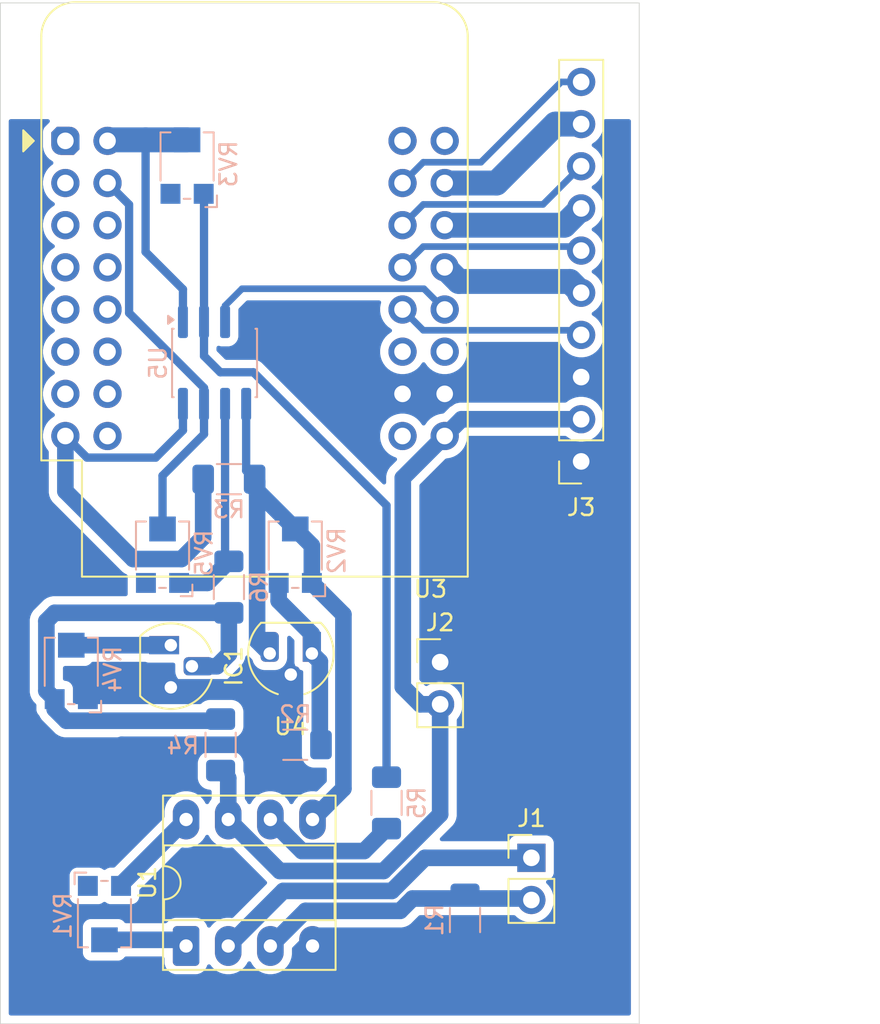
<source format=kicad_pcb>
(kicad_pcb (version 20241229) (generator "pcbnew") (generator_version "9.0")
  (layers (0 "F.Cu" signal) (2 "B.Cu" signal) (13 "F.Paste" user) (15 "B.Paste" user) (5 "F.SilkS" user "F.Silkscreen") (7 "B.SilkS" user "B.Silkscreen") (1 "F.Mask" user) (3 "B.Mask" user) (25 "Edge.Cuts" user))
  (net 0 "")
  (net 1 "Net-(IC1-V+)")
  (net 2 "Net-(IC1-ADJ)")
  (net 3 "TC+")
  (net 4 "TC-")
  (net 5 "DC_IN")
  (net 6 "LCD_RS")
  (net 7 "LCD_D7")
  (net 8 "LCD_RW")
  (net 9 "LCD_D4")
  (net 10 "LCD_D5")
  (net 11 "+3V3")
  (net 12 "LCD_D6")
  (net 13 "LCD_E")
  (net 14 "Net-(U4-REF)")
  (net 15 "Ref")
  (net 16 "Net-(U5A--)")
  (net 17 "Net-(R5-Pad1)")
  (net 18 "Net-(U5B--)")
  (net 19 "Net-(RV1-Pad3)")
  (net 21 "ADC1_0")
  (net 24 "ADC1_1")
  (net 25 "Net-(RV1-Pad2)")
  (net 34 "DIFF")
  (net 38 "ENB")
  (net 45 "GND")
  (footprint "Connector_PinHeader_2.54mm:PinHeader_1x02_P2.54mm_Vertical" (layer "F.Cu") (at 98 101.21)
    (property "Reference" "J2" (at 0 -2.38 0) (layer "F.SilkS"))
    (property "Value" "DC_in")
    (fp_line (start -1.38 -1.38) (end 0 -1.38) (stroke (width 0.12)) (layer "F.SilkS"))
    (fp_line (start -1.38 0) (end -1.38 -1.38) (stroke (width 0.12)) (layer "F.SilkS"))
    (fp_line (start -1.38 1.27) (end -1.38 3.92) (stroke (width 0.12)) (layer "F.SilkS"))
    (fp_line (start -1.38 1.27) (end 1.38 1.27) (stroke (width 0.12)) (layer "F.SilkS"))
    (fp_line (start -1.38 3.92) (end 1.38 3.92) (stroke (width 0.12)) (layer "F.SilkS"))
    (fp_line (start 1.38 1.27) (end 1.38 3.92) (stroke (width 0.12)) (layer "F.SilkS"))
    (pad "1" thru_hole rect (at 0 0) (size 1.7 1.7) (drill 1) (layers "*.Cu" "*.Mask") (net 45 "GND"))
    (pad "2" thru_hole circle (at 0 2.54) (size 1.7 1.7) (drill 1) (layers "*.Cu" "*.Mask") (net 5 "DC_IN"))
  )
  (footprint "Package_DIP:DIP-8_W7.62mm_Socket_LongPads" (layer "F.Cu") (at 82.69 118.31 90)
    (property "Reference" "U1" (at 3.81 -2.33 90) (layer "F.SilkS"))
    (property "Value" "AD620")
    (fp_line (start 6.06 -1.33) (end 4.81 -1.33) (stroke (width 0.12)) (layer "F.SilkS"))
    (fp_line (start 2.81 -1.33) (end 1.56 -1.33) (stroke (width 0.12)) (layer "F.SilkS"))
    (fp_line (start 1.56 -1.33) (end 1.56 8.95) (stroke (width 0.12)) (layer "F.SilkS"))
    (fp_line (start 6.06 8.95) (end 6.06 -1.33) (stroke (width 0.12)) (layer "F.SilkS"))
    (fp_line (start 1.56 8.95) (end 6.06 8.95) (stroke (width 0.12)) (layer "F.SilkS"))
    (fp_rect (start -1.44 -1.39) (end 9.06 9.01) (stroke (width 0.12)) (fill no) (layer "F.SilkS"))
    (fp_arc (start 4.81 -1.33) (mid 3.81 -0.33) (end 2.81 -1.33) (stroke (width 0.12)) (layer "F.SilkS"))
    (pad "1" thru_hole roundrect (at 0 0 90) (size 2.4 1.6) (drill 0.8) (layers "*.Cu" "*.Mask") (roundrect_rratio 0.15625) (net 25 "Net-(RV1-Pad2)"))
    (pad "2" thru_hole oval (at 0 2.54 90) (size 2.4 1.6) (drill 0.8) (layers "*.Cu" "*.Mask") (net 4 "TC-"))
    (pad "3" thru_hole oval (at 0 5.08 90) (size 2.4 1.6) (drill 0.8) (layers "*.Cu" "*.Mask") (net 3 "TC+"))
    (pad "4" thru_hole oval (at 0 7.62 90) (size 2.4 1.6) (drill 0.8) (layers "*.Cu" "*.Mask") (net 45 "GND"))
    (pad "5" thru_hole oval (at 7.62 7.62 90) (size 2.4 1.6) (drill 0.8) (layers "*.Cu" "*.Mask") (net 15 "Ref"))
    (pad "6" thru_hole oval (at 7.62 5.08 90) (size 2.4 1.6) (drill 0.8) (layers "*.Cu" "*.Mask") (net 17 "Net-(R5-Pad1)"))
    (pad "7" thru_hole oval (at 7.62 2.54 90) (size 2.4 1.6) (drill 0.8) (layers "*.Cu" "*.Mask") (net 5 "DC_IN"))
    (pad "8" thru_hole oval (at 7.62 0 90) (size 2.4 1.6) (drill 0.8) (layers "*.Cu" "*.Mask") (net 19 "Net-(RV1-Pad3)"))
  )
  (footprint "Package_TO_SOT_THT:TO-92_HandSolder" (layer "F.Cu") (at 90.27 100.69 180)
    (property "Reference" "U4" (at 1.27 -4.4 0) (layer "F.SilkS"))
    (property "Value" "TL431LP")
    (fp_line (start -0.53 1.85) (end 3.07 1.85) (stroke (width 0.12)) (layer "F.SilkS"))
    (fp_arc (start 2.05 -2.45) (mid 3.769931 -0.601036) (end 3.078445 1.827684) (stroke (width 0.12)) (layer "F.SilkS"))
    (fp_arc (start -0.541875 1.841741) (mid -1.247231 -0.581764) (end 0.45 -2.45) (stroke (width 0.12)) (layer "F.SilkS"))
    (pad "1" thru_hole rect (at 0 0 180) (size 1.1 1.8) (drill 0.75 (offset 0 0.4)) (layers "*.Cu" "*.Mask") (net 14 "Net-(U4-REF)"))
    (pad "2" thru_hole roundrect (at 1.27 -1.27 180) (size 1.1 1.8) (drill 0.75 (offset 0 -0.4)) (layers "*.Cu" "*.Mask") (net 45 "GND"))
    (pad "3" thru_hole roundrect (at 2.54 0 180) (size 1.1 1.8) (drill 0.75 (offset 0 0.4)) (layers "*.Cu" "*.Mask") (net 15 "Ref"))
  )
  (footprint "Package_TO_SOT_THT:TO-92L_HandSolder" (layer "F.Cu") (at 81.77 100.19 -90)
    (property "Reference" "IC1" (at 1.27 -3.8 90) (layer "F.SilkS"))
    (property "Value" "LM335AZT")
    (fp_line (start -0.53 1.85) (end 3.07 1.85) (stroke (width 0.12)) (layer "F.SilkS"))
    (fp_arc (start -0.541453 1.842156) (mid -1.247298 -0.581475) (end 0.45 -2.45) (stroke (width 0.12)) (layer "F.SilkS"))
    (fp_arc (start 2.05 -2.45) (mid 3.769931 -0.601036) (end 3.078445 1.827684) (stroke (width 0.12)) (layer "F.SilkS"))
    (pad "1" thru_hole rect (at 0 0 270) (size 1.1 1.8) (drill 0.75 (offset 0 0.4)) (layers "*.Cu" "*.Mask") (net 2 "Net-(IC1-ADJ)"))
    (pad "2" thru_hole roundrect (at 1.27 -1.27 270) (size 1.1 1.8) (drill 0.75 (offset 0 -0.4)) (layers "*.Cu" "*.Mask") (net 1 "Net-(IC1-V+)"))
    (pad "3" thru_hole roundrect (at 2.54 0 270) (size 1.1 1.8) (drill 0.75 (offset 0 0.4)) (layers "*.Cu" "*.Mask") (net 45 "GND"))
  )
  (footprint "Connector_PinHeader_2.54mm:PinHeader_1x02_P2.54mm_Vertical" (layer "F.Cu") (at 103.5 113)
    (property "Reference" "J1" (at 0 -2.38 0) (layer "F.SilkS"))
    (property "Value" "Thermocouple")
    (fp_line (start -1.38 -1.38) (end 0 -1.38) (stroke (width 0.12)) (layer "F.SilkS"))
    (fp_line (start -1.38 0) (end -1.38 -1.38) (stroke (width 0.12)) (layer "F.SilkS"))
    (fp_line (start -1.38 1.27) (end -1.38 3.92) (stroke (width 0.12)) (layer "F.SilkS"))
    (fp_line (start -1.38 1.27) (end 1.38 1.27) (stroke (width 0.12)) (layer "F.SilkS"))
    (fp_line (start -1.38 3.92) (end 1.38 3.92) (stroke (width 0.12)) (layer "F.SilkS"))
    (fp_line (start 1.38 1.27) (end 1.38 3.92) (stroke (width 0.12)) (layer "F.SilkS"))
    (pad "1" thru_hole rect (at 0 0) (size 1.7 1.7) (drill 1) (layers "*.Cu" "*.Mask") (net 4 "TC-"))
    (pad "2" thru_hole circle (at 0 2.54) (size 1.7 1.7) (drill 1) (layers "*.Cu" "*.Mask") (net 3 "TC+"))
  )
  (footprint "footprints:WEMOS_S2_mini" (layer "F.Cu") (at 75.415 69.81)
    (property "Reference" "U3" (at 22 27 0) (layer "F.SilkS"))
    (property "Value" "WeMos_S2_mini")
    (fp_line (start -1.45 19.25) (end -1.45 -6.3) (stroke (width 0.12)) (layer "F.SilkS"))
    (fp_line (start -1.45 19.25) (end 1 19.25) (stroke (width 0.12)) (layer "F.SilkS"))
    (fp_line (start 1 19.25) (end 1 26.25) (stroke (width 0.12)) (layer "F.SilkS"))
    (fp_line (start 1 26.25) (end 24.25 26.25) (stroke (width 0.12)) (layer "F.SilkS"))
    (fp_line (start 22.2 -8.35) (end 0.6 -8.35) (stroke (width 0.12)) (layer "F.SilkS"))
    (fp_line (start 24.25 26.25) (end 24.25 -6.3) (stroke (width 0.12)) (layer "F.SilkS"))
    (fp_arc (start -1.45 -6.3) (mid -0.849569 -7.749569) (end 0.6 -8.35) (stroke (width 0.12)) (layer "F.SilkS"))
    (fp_arc (start 22.2 -8.35) (mid 23.649569 -7.749569) (end 24.25 -6.3) (stroke (width 0.12)) (layer "F.SilkS"))
    (fp_poly (pts (xy -2.54 -0.635) (xy -2.54 0.635) (xy -1.905 0)) (stroke (width 0.12)) (fill yes) (layer "F.SilkS"))
    (pad "1" thru_hole roundrect (at 0 0) (size 1.7 1.7) (drill 1) (layers "*.Cu" "*.Mask") (roundrect_rratio 0.35) (chamfer_ratio 0.2) (chamfer top_left bottom_right) (net 38 "ENB"))
    (pad "2" thru_hole circle (at 0 2.54) (size 1.7 1.7) (drill 1) (layers "*.Cu" "*.Mask"))
    (pad "3" thru_hole circle (at 0 5.08) (size 1.7 1.7) (drill 1) (layers "*.Cu" "*.Mask"))
    (pad "4" thru_hole circle (at 0 7.62) (size 1.7 1.7) (drill 1) (layers "*.Cu" "*.Mask"))
    (pad "5" thru_hole circle (at 0 10.16) (size 1.7 1.7) (drill 1) (layers "*.Cu" "*.Mask"))
    (pad "6" thru_hole circle (at 0 12.7) (size 1.7 1.7) (drill 1) (layers "*.Cu" "*.Mask"))
    (pad "7" thru_hole circle (at 0 15.24) (size 1.7 1.7) (drill 1) (layers "*.Cu" "*.Mask"))
    (pad "8" thru_hole circle (at 0 17.78) (size 1.7 1.7) (drill 1) (layers "*.Cu" "*.Mask") (net 11 "+3V3"))
    (pad "9" thru_hole circle (at 22.86 17.78) (size 1.7 1.7) (drill 1) (layers "*.Cu" "*.Mask") (net 5 "DC_IN"))
    (pad "10" thru_hole circle (at 22.86 15.24) (size 1.7 1.7) (drill 1) (layers "*.Cu" "*.Mask") (net 45 "GND"))
    (pad "11" thru_hole circle (at 22.86 12.7) (size 1.7 1.7) (drill 1) (layers "*.Cu" "*.Mask"))
    (pad "12" thru_hole circle (at 22.86 10.16) (size 1.7 1.7) (drill 1) (layers "*.Cu" "*.Mask") (net 34 "DIFF"))
    (pad "13" thru_hole circle (at 22.86 7.62) (size 1.7 1.7) (drill 1) (layers "*.Cu" "*.Mask") (net 8 "LCD_RW"))
    (pad "14" thru_hole circle (at 22.86 5.08) (size 1.7 1.7) (drill 1) (layers "*.Cu" "*.Mask") (net 9 "LCD_D4"))
    (pad "15" thru_hole circle (at 22.86 2.54) (size 1.7 1.7) (drill 1) (layers "*.Cu" "*.Mask") (net 12 "LCD_D6"))
    (pad "16" thru_hole circle (at 22.86 0) (size 1.7 1.7) (drill 1) (layers "*.Cu" "*.Mask"))
    (pad "17" thru_hole circle (at 2.54 0) (size 1.7 1.7) (drill 1) (layers "*.Cu" "*.Mask") (net 21 "ADC1_0"))
    (pad "18" thru_hole circle (at 2.54 2.54) (size 1.7 1.7) (drill 1) (layers "*.Cu" "*.Mask") (net 24 "ADC1_1"))
    (pad "19" thru_hole circle (at 2.54 5.08) (size 1.7 1.7) (drill 1) (layers "*.Cu" "*.Mask"))
    (pad "20" thru_hole circle (at 2.54 7.62) (size 1.7 1.7) (drill 1) (layers "*.Cu" "*.Mask"))
    (pad "21" thru_hole circle (at 2.54 10.16) (size 1.7 1.7) (drill 1) (layers "*.Cu" "*.Mask"))
    (pad "22" thru_hole circle (at 2.54 12.7) (size 1.7 1.7) (drill 1) (layers "*.Cu" "*.Mask"))
    (pad "23" thru_hole circle (at 2.54 15.24) (size 1.7 1.7) (drill 1) (layers "*.Cu" "*.Mask"))
    (pad "24" thru_hole circle (at 2.54 17.78) (size 1.7 1.7) (drill 1) (layers "*.Cu" "*.Mask"))
    (pad "25" thru_hole circle (at 20.32 17.78) (size 1.7 1.7) (drill 1) (layers "*.Cu" "*.Mask"))
    (pad "26" thru_hole circle (at 20.32 15.24) (size 1.7 1.7) (drill 1) (layers "*.Cu" "*.Mask") (net 45 "GND"))
    (pad "27" thru_hole circle (at 20.32 12.7) (size 1.7 1.7) (drill 1) (layers "*.Cu" "*.Mask"))
    (pad "28" thru_hole circle (at 20.32 10.16) (size 1.7 1.7) (drill 1) (layers "*.Cu" "*.Mask") (net 6 "LCD_RS"))
    (pad "29" thru_hole circle (at 20.32 7.62) (size 1.7 1.7) (drill 1) (layers "*.Cu" "*.Mask") (net 13 "LCD_E"))
    (pad "30" thru_hole circle (at 20.32 5.08) (size 1.7 1.7) (drill 1) (layers "*.Cu" "*.Mask") (net 10 "LCD_D5"))
    (pad "31" thru_hole circle (at 20.32 2.54) (size 1.7 1.7) (drill 1) (layers "*.Cu" "*.Mask") (net 7 "LCD_D7"))
    (pad "32" thru_hole circle (at 20.32 0) (size 1.7 1.7) (drill 1) (layers "*.Cu" "*.Mask"))
  )
  (footprint "Connector_PinSocket_2.54mm:PinSocket_1x10_P2.54mm_Vertical" (layer "F.Cu") (at 106.5 89.12 180)
    (property "Reference" "J3" (at 0 -2.77 0) (layer "F.SilkS"))
    (property "Value" "Conn_01x10_Socket")
    (fp_line (start 1.33 1.27) (end 1.33 24.19) (stroke (width 0.12)) (layer "F.SilkS"))
    (fp_line (start 1.33 -1.33) (end 1.33 0) (stroke (width 0.12)) (layer "F.SilkS"))
    (fp_line (start 0 -1.33) (end 1.33 -1.33) (stroke (width 0.12)) (layer "F.SilkS"))
    (fp_line (start -1.33 24.19) (end 1.33 24.19) (stroke (width 0.12)) (layer "F.SilkS"))
    (fp_line (start -1.33 1.27) (end 1.33 1.27) (stroke (width 0.12)) (layer "F.SilkS"))
    (fp_line (start -1.33 1.27) (end -1.33 24.19) (stroke (width 0.12)) (layer "F.SilkS"))
    (pad "1" thru_hole rect (at 0 0 180) (size 1.7 1.7) (drill 1) (layers "*.Cu" "*.Mask") (net 45 "GND"))
    (pad "2" thru_hole circle (at 0 2.54 180) (size 1.7 1.7) (drill 1) (layers "*.Cu" "*.Mask") (net 5 "DC_IN"))
    (pad "3" thru_hole circle (at 0 5.08 180) (size 1.7 1.7) (drill 1) (layers "*.Cu" "*.Mask") (net 45 "GND"))
    (pad "4" thru_hole circle (at 0 7.62 180) (size 1.7 1.7) (drill 1) (layers "*.Cu" "*.Mask") (net 6 "LCD_RS"))
    (pad "5" thru_hole circle (at 0 10.16 180) (size 1.7 1.7) (drill 1) (layers "*.Cu" "*.Mask") (net 8 "LCD_RW"))
    (pad "6" thru_hole circle (at 0 12.7 180) (size 1.7 1.7) (drill 1) (layers "*.Cu" "*.Mask") (net 13 "LCD_E"))
    (pad "7" thru_hole circle (at 0 15.24 180) (size 1.7 1.7) (drill 1) (layers "*.Cu" "*.Mask") (net 9 "LCD_D4"))
    (pad "8" thru_hole circle (at 0 17.78 180) (size 1.7 1.7) (drill 1) (layers "*.Cu" "*.Mask") (net 10 "LCD_D5"))
    (pad "9" thru_hole circle (at 0 20.32 180) (size 1.7 1.7) (drill 1) (layers "*.Cu" "*.Mask") (net 12 "LCD_D6"))
    (pad "10" thru_hole circle (at 0 22.86 180) (size 1.7 1.7) (drill 1) (layers "*.Cu" "*.Mask") (net 7 "LCD_D7"))
  )
  (footprint "Resistor_SMD:R_1206_3216Metric_Pad1.30x1.75mm_HandSolder" (layer "B.Cu") (at 94.77 109.69 90)
    (property "Reference" "R5" (at 0 1.83 90) (layer "B.SilkS") (effects (justify mirror)))
    (property "Value" "R")
    (fp_line (start -0.727064 -0.91) (end 0.727064 -0.91) (stroke (width 0.12)) (layer "B.SilkS"))
    (fp_line (start -0.727064 0.91) (end 0.727064 0.91) (stroke (width 0.12)) (layer "B.SilkS"))
    (pad "1" smd roundrect (at -1.55 0 90) (size 1.3 1.75) (layers "B.Cu" "B.Mask" "B.Paste") (roundrect_rratio 0.192308) (net 17 "Net-(R5-Pad1)"))
    (pad "2" smd roundrect (at 1.55 0 90) (size 1.3 1.75) (layers "B.Cu" "B.Mask" "B.Paste") (roundrect_rratio 0.192308) (net 16 "Net-(U5A--)"))
  )
  (footprint "Resistor_SMD:R_1206_3216Metric_Pad1.30x1.75mm_HandSolder" (layer "B.Cu") (at 84.77 106.19 90)
    (property "Reference" "R4" (at -0.06 -2.27 180) (layer "B.SilkS") (effects (justify mirror)))
    (property "Value" "10k")
    (fp_line (start -0.727064 -0.91) (end 0.727064 -0.91) (stroke (width 0.12)) (layer "B.SilkS"))
    (fp_line (start -0.727064 0.91) (end 0.727064 0.91) (stroke (width 0.12)) (layer "B.SilkS"))
    (pad "1" smd roundrect (at -1.55 0 90) (size 1.3 1.75) (layers "B.Cu" "B.Mask" "B.Paste") (roundrect_rratio 0.192308) (net 5 "DC_IN"))
    (pad "2" smd roundrect (at 1.55 0 90) (size 1.3 1.75) (layers "B.Cu" "B.Mask" "B.Paste") (roundrect_rratio 0.192308) (net 1 "Net-(IC1-V+)"))
  )
  (footprint "Resistor_SMD:R_1206_3216Metric_Pad1.30x1.75mm_HandSolder" (layer "B.Cu") (at 99.5 116.75 -90)
    (property "Reference" "R1" (at 0 1.83 90) (layer "B.SilkS") (effects (justify mirror)))
    (property "Value" "10k")
    (fp_line (start -0.727064 0.91) (end 0.727064 0.91) (stroke (width 0.12)) (layer "B.SilkS"))
    (fp_line (start -0.727064 -0.91) (end 0.727064 -0.91) (stroke (width 0.12)) (layer "B.SilkS"))
    (pad "1" smd roundrect (at -1.55 0 270) (size 1.3 1.75) (layers "B.Cu" "B.Mask" "B.Paste") (roundrect_rratio 0.192308) (net 3 "TC+"))
    (pad "2" smd roundrect (at 1.55 0 270) (size 1.3 1.75) (layers "B.Cu" "B.Mask" "B.Paste") (roundrect_rratio 0.192308) (net 45 "GND"))
  )
  (footprint "Potentiometer_SMD:Potentiometer_Bourns_TC33X_Vertical" (layer "B.Cu") (at 82.75 71.2 90)
    (property "Reference" "RV3" (at 0 2.5 90) (layer "B.SilkS") (effects (justify mirror)))
    (property "Value" "1k")
    (fp_line (start 1.9 -1.6) (end 1.9 -1) (stroke (width 0.12)) (layer "B.SilkS"))
    (fp_line (start -1 -1.6) (end 1.9 -1.6) (stroke (width 0.12)) (layer "B.SilkS"))
    (fp_line (start -2.1 0.2) (end -2.1 -0.2) (stroke (width 0.12)) (layer "B.SilkS"))
    (fp_line (start 1.9 1.6) (end 1.9 1) (stroke (width 0.12)) (layer "B.SilkS"))
    (fp_line (start -1 1.6) (end 1.9 1.6) (stroke (width 0.12)) (layer "B.SilkS"))
    (fp_line (start -1.9 1.8) (end -2.6 1.8) (stroke (width 0.12)) (layer "B.SilkS"))
    (fp_line (start -2.6 1.8) (end -2.6 1.1) (stroke (width 0.12)) (layer "B.SilkS"))
    (pad "1" smd rect (at -1.8 1 90) (size 1.2 1.2) (layers "B.Cu" "B.Mask" "B.Paste") (net 16 "Net-(U5A--)"))
    (pad "2" smd rect (at 1.45 0 90) (size 1.5 1.6) (layers "B.Cu" "B.Mask" "B.Paste") (net 21 "ADC1_0"))
    (pad "3" smd rect (at -1.8 -1 90) (size 1.2 1.2) (layers "B.Cu" "B.Mask" "B.Paste"))
  )
  (footprint "Resistor_SMD:R_1206_3216Metric_Pad1.30x1.75mm_HandSolder" (layer "B.Cu") (at 89.27 106.19 180)
    (property "Reference" "R2" (at 0 1.83 0) (layer "B.SilkS") (effects (justify mirror)))
    (property "Value" "R")
    (fp_line (start -0.727064 0.91) (end 0.727064 0.91) (stroke (width 0.12)) (layer "B.SilkS"))
    (fp_line (start -0.727064 -0.91) (end 0.727064 -0.91) (stroke (width 0.12)) (layer "B.SilkS"))
    (pad "1" smd roundrect (at -1.55 0 180) (size 1.3 1.75) (layers "B.Cu" "B.Mask" "B.Paste") (roundrect_rratio 0.192308) (net 14 "Net-(U4-REF)"))
    (pad "2" smd roundrect (at 1.55 0 180) (size 1.3 1.75) (layers "B.Cu" "B.Mask" "B.Paste") (roundrect_rratio 0.192308) (net 45 "GND"))
  )
  (footprint "Potentiometer_SMD:Potentiometer_Bourns_TC33X_Vertical" (layer "B.Cu") (at 89.27 94.64 90)
    (property "Reference" "RV2" (at 0.14 2.5 90) (layer "B.SilkS") (effects (justify mirror)))
    (property "Value" "1k")
    (fp_line (start 1.9 -1.6) (end 1.9 -1) (stroke (width 0.12)) (layer "B.SilkS"))
    (fp_line (start -1 -1.6) (end 1.9 -1.6) (stroke (width 0.12)) (layer "B.SilkS"))
    (fp_line (start -2.1 0.2) (end -2.1 -0.2) (stroke (width 0.12)) (layer "B.SilkS"))
    (fp_line (start 1.9 1.6) (end 1.9 1) (stroke (width 0.12)) (layer "B.SilkS"))
    (fp_line (start -1 1.6) (end 1.9 1.6) (stroke (width 0.12)) (layer "B.SilkS"))
    (fp_line (start -1.9 1.8) (end -2.6 1.8) (stroke (width 0.12)) (layer "B.SilkS"))
    (fp_line (start -2.6 1.8) (end -2.6 1.1) (stroke (width 0.12)) (layer "B.SilkS"))
    (pad "1" smd rect (at -1.8 1 90) (size 1.2 1.2) (layers "B.Cu" "B.Mask" "B.Paste") (net 15 "Ref"))
    (pad "2" smd rect (at 1.45 0 90) (size 1.5 1.6) (layers "B.Cu" "B.Mask" "B.Paste") (net 15 "Ref"))
    (pad "3" smd rect (at -1.8 -1 90) (size 1.2 1.2) (layers "B.Cu" "B.Mask" "B.Paste") (net 14 "Net-(U4-REF)"))
  )
  (footprint "Package_SO:SOIC-8_3.9x4.9mm_P1.27mm" (layer "B.Cu") (at 84.405 83.19 -90)
    (property "Reference" "U5" (at 0 3.4 90) (layer "B.SilkS") (effects (justify mirror)))
    (property "Value" "LM358")
    (fp_line (start -2.06 2.56) (end 2.06 2.56) (stroke (width 0.12)) (layer "B.SilkS"))
    (fp_line (start 2.06 2.56) (end 2.06 2.465) (stroke (width 0.12)) (layer "B.SilkS"))
    (fp_line (start -2.06 2.465) (end -2.06 2.56) (stroke (width 0.12)) (layer "B.SilkS"))
    (fp_line (start 2.06 -2.465) (end 2.06 -2.56) (stroke (width 0.12)) (layer "B.SilkS"))
    (fp_line (start -2.06 -2.56) (end -2.06 -2.465) (stroke (width 0.12)) (layer "B.SilkS"))
    (fp_line (start 2.06 -2.56) (end -2.06 -2.56) (stroke (width 0.12)) (layer "B.SilkS"))
    (fp_poly (pts (xy -2.6 2.47) (xy -2.84 2.8) (xy -2.36 2.8)) (stroke (width 0.12)) (fill yes) (layer "B.SilkS"))
    (pad "1" smd roundrect (at -2.475 1.905 270) (size 1.95 0.6) (layers "B.Cu" "B.Mask" "B.Paste") (net 21 "ADC1_0"))
    (pad "2" smd roundrect (at -2.475 0.635 270) (size 1.95 0.6) (layers "B.Cu" "B.Mask" "B.Paste") (net 16 "Net-(U5A--)"))
    (pad "3" smd roundrect (at -2.475 -0.635 270) (size 1.95 0.6) (layers "B.Cu" "B.Mask" "B.Paste") (net 34 "DIFF"))
    (pad "4" smd roundrect (at -2.475 -1.905 270) (size 1.95 0.6) (layers "B.Cu" "B.Mask" "B.Paste") (net 45 "GND"))
    (pad "5" smd roundrect (at 2.475 -1.905 270) (size 1.95 0.6) (layers "B.Cu" "B.Mask" "B.Paste") (net 15 "Ref"))
    (pad "6" smd roundrect (at 2.475 -0.635 270) (size 1.95 0.6) (layers "B.Cu" "B.Mask" "B.Paste") (net 18 "Net-(U5B--)"))
    (pad "7" smd roundrect (at 2.475 0.635 270) (size 1.95 0.6) (layers "B.Cu" "B.Mask" "B.Paste") (net 24 "ADC1_1"))
    (pad "8" smd roundrect (at 2.475 1.905 270) (size 1.95 0.6) (layers "B.Cu" "B.Mask" "B.Paste") (net 11 "+3V3"))
  )
  (footprint "Resistor_SMD:R_1206_3216Metric_Pad1.30x1.75mm_HandSolder" (layer "B.Cu") (at 85.27 96.69 90)
    (property "Reference" "R6" (at 0 1.83 90) (layer "B.SilkS") (effects (justify mirror)))
    (property "Value" "R")
    (fp_line (start -0.727064 -0.91) (end 0.727064 -0.91) (stroke (width 0.12)) (layer "B.SilkS"))
    (fp_line (start -0.727064 0.91) (end 0.727064 0.91) (stroke (width 0.12)) (layer "B.SilkS"))
    (pad "1" smd roundrect (at -1.55 0 90) (size 1.3 1.75) (layers "B.Cu" "B.Mask" "B.Paste") (roundrect_rratio 0.192308) (net 1 "Net-(IC1-V+)"))
    (pad "2" smd roundrect (at 1.55 0 90) (size 1.3 1.75) (layers "B.Cu" "B.Mask" "B.Paste") (roundrect_rratio 0.192308) (net 18 "Net-(U5B--)"))
  )
  (footprint "Resistor_SMD:R_1206_3216Metric_Pad1.30x1.75mm_HandSolder" (layer "B.Cu") (at 85.27 90.19)
    (property "Reference" "R3" (at 0 1.83 0) (layer "B.SilkS") (effects (justify mirror)))
    (property "Value" "R")
    (fp_line (start -0.727064 -0.91) (end 0.727064 -0.91) (stroke (width 0.12)) (layer "B.SilkS"))
    (fp_line (start -0.727064 0.91) (end 0.727064 0.91) (stroke (width 0.12)) (layer "B.SilkS"))
    (pad "1" smd roundrect (at -1.55 0) (size 1.3 1.75) (layers "B.Cu" "B.Mask" "B.Paste") (roundrect_rratio 0.192308) (net 11 "+3V3"))
    (pad "2" smd roundrect (at 1.55 0) (size 1.3 1.75) (layers "B.Cu" "B.Mask" "B.Paste") (roundrect_rratio 0.192308) (net 15 "Ref"))
  )
  (footprint "Potentiometer_SMD:Potentiometer_Bourns_TC33X_Vertical" (layer "B.Cu") (at 75.77 101.64 90)
    (property "Reference" "RV4" (at 0 2.5 90) (layer "B.SilkS") (effects (justify mirror)))
    (property "Value" "1k")
    (fp_line (start 1.9 -1.6) (end 1.9 -1) (stroke (width 0.12)) (layer "B.SilkS"))
    (fp_line (start -1 -1.6) (end 1.9 -1.6) (stroke (width 0.12)) (layer "B.SilkS"))
    (fp_line (start -2.1 0.2) (end -2.1 -0.2) (stroke (width 0.12)) (layer "B.SilkS"))
    (fp_line (start 1.9 1.6) (end 1.9 1) (stroke (width 0.12)) (layer "B.SilkS"))
    (fp_line (start -1 1.6) (end 1.9 1.6) (stroke (width 0.12)) (layer "B.SilkS"))
    (fp_line (start -1.9 1.8) (end -2.6 1.8) (stroke (width 0.12)) (layer "B.SilkS"))
    (fp_line (start -2.6 1.8) (end -2.6 1.1) (stroke (width 0.12)) (layer "B.SilkS"))
    (pad "1" smd rect (at -1.8 1 90) (size 1.2 1.2) (layers "B.Cu" "B.Mask" "B.Paste") (net 45 "GND"))
    (pad "2" smd rect (at 1.45 0 90) (size 1.5 1.6) (layers "B.Cu" "B.Mask" "B.Paste") (net 2 "Net-(IC1-ADJ)"))
    (pad "3" smd rect (at -1.8 -1 90) (size 1.2 1.2) (layers "B.Cu" "B.Mask" "B.Paste") (net 1 "Net-(IC1-V+)"))
  )
  (footprint "Potentiometer_SMD:Potentiometer_Bourns_TC33X_Vertical" (layer "B.Cu") (at 77.77 116.49 -90)
    (property "Reference" "RV1" (at 0 2.5 90) (layer "B.SilkS") (effects (justify mirror)))
    (property "Value" "1k")
    (fp_line (start -2.6 1.8) (end -2.6 1.1) (stroke (width 0.12)) (layer "B.SilkS"))
    (fp_line (start -1.9 1.8) (end -2.6 1.8) (stroke (width 0.12)) (layer "B.SilkS"))
    (fp_line (start -1 1.6) (end 1.9 1.6) (stroke (width 0.12)) (layer "B.SilkS"))
    (fp_line (start 1.9 1.6) (end 1.9 1) (stroke (width 0.12)) (layer "B.SilkS"))
    (fp_line (start -2.1 0.2) (end -2.1 -0.2) (stroke (width 0.12)) (layer "B.SilkS"))
    (fp_line (start -1 -1.6) (end 1.9 -1.6) (stroke (width 0.12)) (layer "B.SilkS"))
    (fp_line (start 1.9 -1.6) (end 1.9 -1) (stroke (width 0.12)) (layer "B.SilkS"))
    (pad "1" smd rect (at -1.8 1 270) (size 1.2 1.2) (layers "B.Cu" "B.Mask" "B.Paste"))
    (pad "2" smd rect (at 1.45 0 270) (size 1.5 1.6) (layers "B.Cu" "B.Mask" "B.Paste") (net 25 "Net-(RV1-Pad2)"))
    (pad "3" smd rect (at -1.8 -1 270) (size 1.2 1.2) (layers "B.Cu" "B.Mask" "B.Paste") (net 19 "Net-(RV1-Pad3)"))
  )
  (footprint "Potentiometer_SMD:Potentiometer_Bourns_TC33X_Vertical" (layer "B.Cu") (at 81.27 94.64 90)
    (property "Reference" "RV5" (at 0 2.5 90) (layer "B.SilkS") (effects (justify mirror)))
    (property "Value" "1k")
    (fp_line (start 1.9 -1.6) (end 1.9 -1) (stroke (width 0.12)) (layer "B.SilkS"))
    (fp_line (start -1 -1.6) (end 1.9 -1.6) (stroke (width 0.12)) (layer "B.SilkS"))
    (fp_line (start -2.1 0.2) (end -2.1 -0.2) (stroke (width 0.12)) (layer "B.SilkS"))
    (fp_line (start 1.9 1.6) (end 1.9 1) (stroke (width 0.12)) (layer "B.SilkS"))
    (fp_line (start -1 1.6) (end 1.9 1.6) (stroke (width 0.12)) (layer "B.SilkS"))
    (fp_line (start -1.9 1.8) (end -2.6 1.8) (stroke (width 0.12)) (layer "B.SilkS"))
    (fp_line (start -2.6 1.8) (end -2.6 1.1) (stroke (width 0.12)) (layer "B.SilkS"))
    (pad "1" smd rect (at -1.8 1 90) (size 1.2 1.2) (layers "B.Cu" "B.Mask" "B.Paste") (net 18 "Net-(U5B--)"))
    (pad "2" smd rect (at 1.45 0 90) (size 1.5 1.6) (layers "B.Cu" "B.Mask" "B.Paste") (net 24 "ADC1_1"))
    (pad "3" smd rect (at -1.8 -1 90) (size 1.2 1.2) (layers "B.Cu" "B.Mask" "B.Paste"))
  )
  (gr_rect (start 71.5 61.5) (end 110 123) (stroke (width 0.05)) (fill no) (layer "Edge.Cuts"))
  (segment (start 85.27 98.24) (end 85.27 100.73) (width 1) (layer "B.Cu") (net 1))
  (segment (start 85.27 100.73) (end 84.54 101.46) (width 1) (layer "B.Cu") (net 1))
  (segment (start 74.77 103.44) (end 74.77 104.042) (width 1) (layer "B.Cu") (net 1))
  (segment (start 75.469 104.741) (end 84.669 104.741) (width 1) (layer "B.Cu") (net 1))
  (segment (start 84.54 101.46) (end 83.04 101.46) (width 1) (layer "B.Cu") (net 1))
  (segment (start 74.768 98.24) (end 74.269 98.739) (width 1) (layer "B.Cu") (net 1))
  (segment (start 84.669 104.741) (end 84.77 104.64) (width 1) (layer "B.Cu") (net 1))
  (segment (start 74.269 102.939) (end 74.77 103.44) (width 1) (layer "B.Cu") (net 1))
  (segment (start 74.269 98.739) (end 74.269 102.939) (width 1) (layer "B.Cu") (net 1))
  (segment (start 85.27 98.24) (end 74.768 98.24) (width 1) (layer "B.Cu") (net 1))
  (segment (start 74.77 104.042) (end 75.469 104.741) (width 1) (layer "B.Cu") (net 1))
  (segment (start 81.77 100.19) (end 75.77 100.19) (width 1) (layer "B.Cu") (net 2))
  (segment (start 89.886002 116.193998) (end 95.589787 116.193997) (width 1) (layer "B.Cu") (net 3))
  (segment (start 96.333784 115.45) (end 103.41 115.45) (width 1) (layer "B.Cu") (net 3))
  (segment (start 87.77 118.31) (end 89.886002 116.193998) (width 1) (layer "B.Cu") (net 3))
  (segment (start 95.589787 116.193997) (end 96.333784 115.45) (width 1) (layer "B.Cu") (net 3))
  (segment (start 103.41 115.45) (end 103.5 115.54) (width 1) (layer "B.Cu") (net 3))
  (segment (start 95.092316 114.992998) (end 97.085314 113) (width 1) (layer "B.Cu") (net 4))
  (segment (start 85.23 118.31) (end 88.547002 114.992998) (width 1) (layer "B.Cu") (net 4))
  (segment (start 88.547002 114.992998) (end 95.092316 114.992998) (width 1) (layer "B.Cu") (net 4))
  (segment (start 97.085314 113) (end 103.5 113) (width 1) (layer "B.Cu") (net 4))
  (segment (start 85.23 110.69) (end 85.23 108.2) (width 1) (layer "B.Cu") (net 5))
  (segment (start 96.797919 103.75) (end 95.75 102.702081) (width 1) (layer "B.Cu") (net 5))
  (segment (start 98.275 87.59) (end 99.285 86.58) (width 1) (layer "B.Cu") (net 5))
  (segment (start 95.75 90.115) (end 98.275 87.59) (width 1) (layer "B.Cu") (net 5))
  (segment (start 95.75 102.702081) (end 95.75 90.115) (width 1) (layer "B.Cu") (net 5))
  (segment (start 99.285 86.58) (end 106.5 86.58) (width 1) (layer "B.Cu") (net 5))
  (segment (start 85.23 108.2) (end 84.77 107.74) (width 1) (layer "B.Cu") (net 5))
  (segment (start 98 110.386844) (end 98 103.75) (width 1) (layer "B.Cu") (net 5))
  (segment (start 94.594845 113.791999) (end 98 110.386844) (width 1) (layer "B.Cu") (net 5))
  (segment (start 98 103.75) (end 96.797919 103.75) (width 1) (layer "B.Cu") (net 5))
  (segment (start 88.331999 113.791999) (end 94.594845 113.791999) (width 1) (layer "B.Cu") (net 5))
  (segment (start 85.23 110.69) (end 88.331999 113.791999) (width 1) (layer "B.Cu") (net 5))
  (segment (start 106.221 81.221) (end 106.5 81.5) (width 0.4) (layer "B.Cu") (net 6))
  (segment (start 96.986 81.221) (end 106.221 81.221) (width 0.4) (layer "B.Cu") (net 6))
  (segment (start 95.735 79.97) (end 96.986 81.221) (width 0.4) (layer "B.Cu") (net 6))
  (segment (start 95.735 72.35) (end 96.986 71.099) (width 0.4) (layer "B.Cu") (net 7))
  (segment (start 100.458919 71.099) (end 105.297919 66.26) (width 0.4) (layer "B.Cu") (net 7))
  (segment (start 96.986 71.099) (end 100.458919 71.099) (width 0.4) (layer "B.Cu") (net 7))
  (segment (start 105.297919 66.26) (end 106.5 66.26) (width 0.4) (layer "B.Cu") (net 7))
  (segment (start 105.82 78.28) (end 106.5 78.96) (width 1.5) (layer "B.Cu") (net 8))
  (segment (start 99.125 78.28) (end 105.82 78.28) (width 1.5) (layer "B.Cu") (net 8))
  (segment (start 98.275 77.43) (end 99.125 78.28) (width 1.5) (layer "B.Cu") (net 8))
  (segment (start 98.275 74.89) (end 105.49 74.89) (width 1.5) (layer "B.Cu") (net 9))
  (segment (start 105.49 74.89) (end 106.5 73.88) (width 1.5) (layer "B.Cu") (net 9))
  (segment (start 95.735 74.89) (end 96.986 73.639) (width 0.4) (layer "B.Cu") (net 10))
  (segment (start 104.201 73.639) (end 106.5 71.34) (width 0.4) (layer "B.Cu") (net 10))
  (segment (start 96.986 73.639) (end 104.201 73.639) (width 0.4) (layer "B.Cu") (net 10))
  (segment (start 83.72 90.19) (end 83.72 93.692) (width 1) (layer "B.Cu") (net 11))
  (segment (start 75.415 90.915) (end 75.415 87.59) (width 1) (layer "B.Cu") (net 11))
  (segment (start 82.5 87.25) (end 80.859 88.891) (width 0.5) (layer "B.Cu") (net 11))
  (segment (start 80.859 88.891) (end 76.716 88.891) (width 0.5) (layer "B.Cu") (net 11))
  (segment (start 82.5 85.665) (end 82.5 87.25) (width 0.5) (layer "B.Cu") (net 11))
  (segment (start 83.72 93.692) (end 82.412 95) (width 1) (layer "B.Cu") (net 11))
  (segment (start 76.716 88.891) (end 75.415 87.59) (width 0.5) (layer "B.Cu") (net 11))
  (segment (start 79.5 95) (end 75.415 90.915) (width 1) (layer "B.Cu") (net 11))
  (segment (start 82.412 95) (end 79.5 95) (width 1) (layer "B.Cu") (net 11))
  (segment (start 101.4 72.35) (end 104.95 68.8) (width 1.5) (layer "B.Cu") (net 12))
  (segment (start 104.95 68.8) (end 106.5 68.8) (width 1.5) (layer "B.Cu") (net 12))
  (segment (start 98.275 72.35) (end 101.4 72.35) (width 1.5) (layer "B.Cu") (net 12))
  (segment (start 96.986 76.179) (end 106.259 76.179) (width 0.4) (layer "B.Cu") (net 13))
  (segment (start 106.259 76.179) (end 106.5 76.42) (width 0.4) (layer "B.Cu") (net 13))
  (segment (start 95.735 77.43) (end 96.986 76.179) (width 0.4) (layer "B.Cu") (net 13))
  (segment (start 90.75 101.17) (end 90.75 106.12) (width 1) (layer "B.Cu") (net 14))
  (segment (start 90.27 100.69) (end 90.75 101.17) (width 1) (layer "B.Cu") (net 14))
  (segment (start 88.27 97.52) (end 90.27 99.52) (width 1) (layer "B.Cu") (net 14))
  (segment (start 88.27 96.44) (end 88.27 97.52) (width 1) (layer "B.Cu") (net 14))
  (segment (start 90.27 99.52) (end 90.27 100.69) (width 1) (layer "B.Cu") (net 14))
  (segment (start 90.75 106.12) (end 90.82 106.19) (width 1) (layer "B.Cu") (net 14))
  (segment (start 86.82 90.19) (end 86.82 90.74) (width 1) (layer "B.Cu") (net 15))
  (segment (start 90.27 96.44) (end 90.27 94.19) (width 1) (layer "B.Cu") (net 15))
  (segment (start 86.31 85.665) (end 86.31 89.68) (width 0.5) (layer "B.Cu") (net 15))
  (segment (start 92.171 108.829) (end 90.31 110.69) (width 1) (layer "B.Cu") (net 15))
  (segment (start 86.969 90.339) (end 86.82 90.19) (width 1) (layer "B.Cu") (net 15))
  (segment (start 92.171 98.341) (end 92.171 108.829) (width 1) (layer "B.Cu") (net 15))
  (segment (start 87.73 100.69) (end 86.969 99.929) (width 1) (layer "B.Cu") (net 15))
  (segment (start 86.31 89.68) (end 86.82 90.19) (width 0.5) (layer "B.Cu") (net 15))
  (segment (start 86.82 90.74) (end 89.27 93.19) (width 1) (layer "B.Cu") (net 15))
  (segment (start 90.27 96.44) (end 92.171 98.341) (width 1) (layer "B.Cu") (net 15))
  (segment (start 90.27 94.19) (end 89.27 93.19) (width 1) (layer "B.Cu") (net 15))
  (segment (start 86.969 99.929) (end 86.969 90.339) (width 1) (layer "B.Cu") (net 15))
  (segment (start 83.77 80.715) (end 83.77 82.77) (width 0.5) (layer "B.Cu") (net 16))
  (segment (start 83.77 80.715) (end 83.77 73.02) (width 0.5) (layer "B.Cu") (net 16))
  (segment (start 84.75 83.75) (end 86.75 83.75) (width 0.5) (layer "B.Cu") (net 16))
  (segment (start 83.77 73.02) (end 83.75 73) (width 0.5) (layer "B.Cu") (net 16))
  (segment (start 86.75 83.75) (end 94.77 91.77) (width 0.5) (layer "B.Cu") (net 16))
  (segment (start 83.77 82.77) (end 84.75 83.75) (width 0.5) (layer "B.Cu") (net 16))
  (segment (start 94.77 91.77) (end 94.77 108.14) (width 0.5) (layer "B.Cu") (net 16))
  (segment (start 93.419 112.591) (end 94.77 111.24) (width 1) (layer "B.Cu") (net 17))
  (segment (start 87.77 110.69) (end 89.671 112.591) (width 1) (layer "B.Cu") (net 17))
  (segment (start 89.671 112.591) (end 93.419 112.591) (width 1) (layer "B.Cu") (net 17))
  (segment (start 85.04 94.91) (end 85.27 95.14) (width 0.5) (layer "B.Cu") (net 18))
  (segment (start 82.27 96.44) (end 83.97 96.44) (width 1) (layer "B.Cu") (net 18))
  (segment (start 83.97 96.44) (end 85.27 95.14) (width 1) (layer "B.Cu") (net 18))
  (segment (start 85.04 85.665) (end 85.04 94.91) (width 0.5) (layer "B.Cu") (net 18))
  (segment (start 78.77 114.61) (end 82.69 110.69) (width 1) (layer "B.Cu") (net 19))
  (segment (start 78.77 114.69) (end 78.77 114.61) (width 1) (layer "B.Cu") (net 19))
  (segment (start 82.5 80.715) (end 82.5 78.75) (width 0.5) (layer "B.Cu") (net 21))
  (segment (start 80.25 69.75) (end 78.015 69.75) (width 1.5) (layer "B.Cu") (net 21))
  (segment (start 82.5 78.75) (end 80.25 76.5) (width 0.5) (layer "B.Cu") (net 21))
  (segment (start 80.25 76.5) (end 80.25 69.75) (width 0.5) (layer "B.Cu") (net 21))
  (segment (start 82.75 69.75) (end 80.25 69.75) (width 1.5) (layer "B.Cu") (net 21))
  (segment (start 78.015 69.75) (end 77.955 69.81) (width 1.5) (layer "B.Cu") (net 21))
  (segment (start 79.256 73.651) (end 79.256 80.176001) (width 0.5) (layer "B.Cu") (net 24))
  (segment (start 79.256 80.176001) (end 83.77 84.690001) (width 0.5) (layer "B.Cu") (net 24))
  (segment (start 83.77 85.665) (end 83.77 87.48) (width 0.5) (layer "B.Cu") (net 24))
  (segment (start 77.955 72.35) (end 79.256 73.651) (width 0.5) (layer "B.Cu") (net 24))
  (segment (start 83.77 87.48) (end 81.27 89.98) (width 0.5) (layer "B.Cu") (net 24))
  (segment (start 81.27 89.98) (end 81.27 93.19) (width 0.5) (layer "B.Cu") (net 24))
  (segment (start 83.77 84.690001) (end 83.77 85.665) (width 0.5) (layer "B.Cu") (net 24))
  (segment (start 77.77 117.94) (end 82.32 117.94) (width 1) (layer "B.Cu") (net 25))
  (segment (start 82.32 117.94) (end 82.69 118.31) (width 1) (layer "B.Cu") (net 25))
  (segment (start 86.061001 78.719) (end 85.04 79.740001) (width 0.4) (layer "B.Cu") (net 34))
  (segment (start 85.04 79.740001) (end 85.04 80.715) (width 0.4) (layer "B.Cu") (net 34))
  (segment (start 97.024 78.719) (end 86.061001 78.719) (width 0.4) (layer "B.Cu") (net 34))
  (segment (start 98.275 79.97) (end 97.024 78.719) (width 0.4) (layer "B.Cu") (net 34))
  (segment (start 89 104.91) (end 87.72 106.19) (width 1) (layer "B.Cu") (net 45))
  (segment (start 86.31 81.81) (end 89.55 85.05) (width 0.5) (layer "B.Cu") (net 45))
  (segment (start 104.95 118.3) (end 106.5 116.75) (width 1) (layer "B.Cu") (net 45))
  (segment (start 81.77 102.73) (end 77.48 102.73) (width 1) (layer "B.Cu") (net 45))
  (segment (start 106.221 83.761) (end 106.5 84.04) (width 0.4) (layer "B.Cu") (net 45))
  (segment (start 88.23 102.73) (end 89 101.96) (width 1) (layer "B.Cu") (net 45))
  (segment (start 90.31 118.31) (end 99.49 118.31) (width 1) (layer "B.Cu") (net 45))
  (segment (start 102.13 89.12) (end 106.5 89.12) (width 1) (layer "B.Cu") (net 45))
  (segment (start 86.31 80.715) (end 86.31 81.81) (width 0.5) (layer "B.Cu") (net 45))
  (segment (start 98 93.25) (end 98 101.21) (width 1) (layer "B.Cu") (net 45))
  (segment (start 90.31 119.19) (end 88.75 120.75) (width 1) (layer "B.Cu") (net 45))
  (segment (start 77.48 102.73) (end 76.77 103.44) (width 1) (layer "B.Cu") (net 45))
  (segment (start 88.75 120.75) (end 77.5 120.75) (width 1) (layer "B.Cu") (net 45))
  (segment (start 95.735 85.05) (end 98.275 85.05) (width 1.5) (layer "B.Cu") (net 45))
  (segment (start 89.55 85.05) (end 95.735 85.05) (width 0.5) (layer "B.Cu") (net 45))
  (segment (start 102.13 89.12) (end 98 93.25) (width 1) (layer "B.Cu") (net 45))
  (segment (start 90.31 118.31) (end 90.31 119.19) (width 1) (layer "B.Cu") (net 45))
  (segment (start 89 101.96) (end 89 104.91) (width 1) (layer "B.Cu") (net 45))
  (segment (start 78.81 106.19) (end 87.72 106.19) (width 1) (layer "B.Cu") (net 45))
  (segment (start 77.5 120.75) (end 74.5 117.75) (width 1) (layer "B.Cu") (net 45))
  (segment (start 74.5 110.5) (end 78.81 106.19) (width 1) (layer "B.Cu") (net 45))
  (segment (start 106.5 116.75) (end 106.5 89.12) (width 1) (layer "B.Cu") (net 45))
  (segment (start 99.49 118.31) (end 99.5 118.3) (width 1) (layer "B.Cu") (net 45))
  (segment (start 81.77 102.73) (end 88.23 102.73) (width 1) (layer "B.Cu") (net 45))
  (segment (start 74.5 117.75) (end 74.5 110.5) (width 1) (layer "B.Cu") (net 45))
  (segment (start 103.547081 89.12) (end 106.5 89.12) (width 1.5) (layer "B.Cu") (net 45))
  (segment (start 99.5 118.3) (end 104.95 118.3) (width 1) (layer "B.Cu") (net 45))
  (zone (net 45) (net_name "GND") (layer "B.Cu") (connect_pads yes (clearance 0.5)) (min_thickness 0.25) (fill yes (thermal_gap 0.5) (thermal_bridge_width 0.5))
    (polygon (pts (xy 71.5 68.5) (xy 110 68.5) (xy 110.25 123) (xy 71.5 123)))
  )
)
</source>
